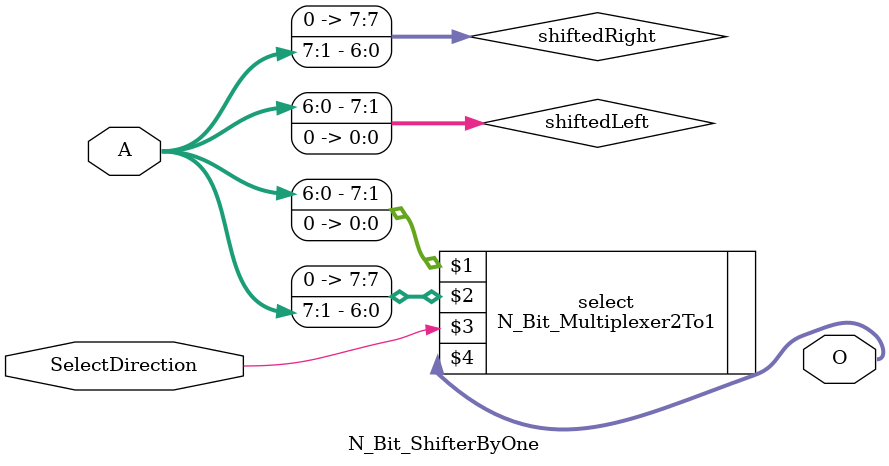
<source format=v>
module N_Bit_ShifterByOne #(
    parameter NUM_BITS = 8
) (
    input [(NUM_BITS - 1):0] A,
    input SelectDirection,
    output [(NUM_BITS - 1):0] O
);

    wire [(NUM_BITS - 1):0] shiftedLeft, shiftedRight;


    assign shiftedLeft[0] = 1'b0;
    assign shiftedLeft[(NUM_BITS - 1):1] = A[(NUM_BITS - 2):0];

    assign shiftedRight[(NUM_BITS - 2):0] = A[(NUM_BITS - 1):1];
    assign shiftedRight[NUM_BITS - 1] = 1'b0;


    N_Bit_Multiplexer2To1 #(NUM_BITS) select(shiftedLeft, shiftedRight, SelectDirection, O);

endmodule

</source>
